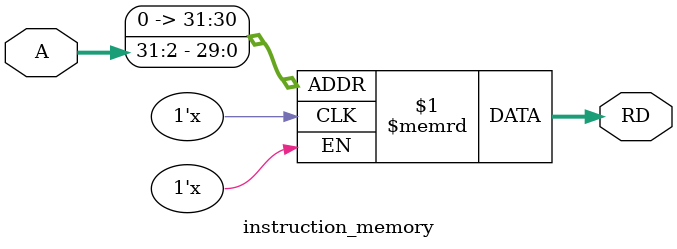
<source format=v>
module instruction_memory(
    input  wire [31:0] A,  //  endereco
    output wire [31:0] RD  //  dados
);

    //  declara a memoria rom
    reg [31:0] rom [0:255];

    //  le os dados do endereco selecionado
    assign RD = rom[A >> 2];

endmodule

</source>
